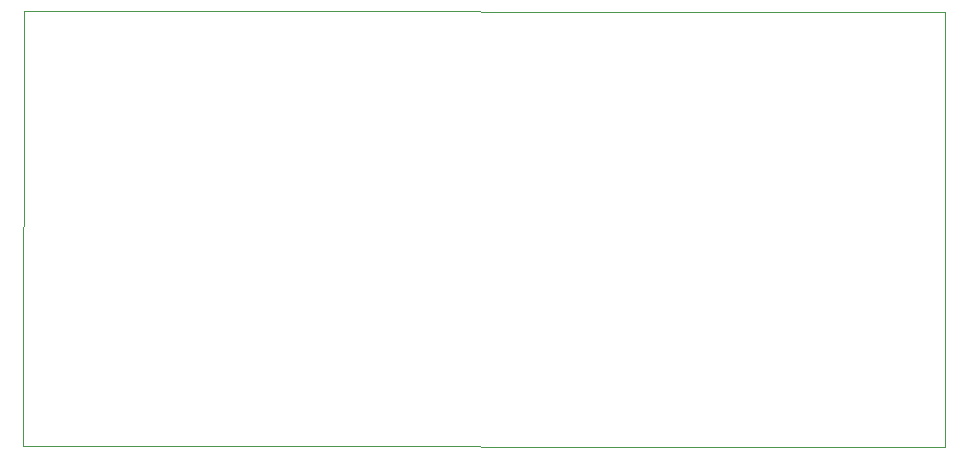
<source format=gbr>
G04 #@! TF.GenerationSoftware,KiCad,Pcbnew,5.1.6+dfsg1-1*
G04 #@! TF.CreationDate,2020-07-23T09:40:13+02:00*
G04 #@! TF.ProjectId,lownoise-pwr,6c6f776e-6f69-4736-952d-7077722e6b69,rev?*
G04 #@! TF.SameCoordinates,Original*
G04 #@! TF.FileFunction,Profile,NP*
%FSLAX46Y46*%
G04 Gerber Fmt 4.6, Leading zero omitted, Abs format (unit mm)*
G04 Created by KiCad (PCBNEW 5.1.6+dfsg1-1) date 2020-07-23 09:40:13*
%MOMM*%
%LPD*%
G01*
G04 APERTURE LIST*
G04 #@! TA.AperFunction,Profile*
%ADD10C,0.050000*%
G04 #@! TD*
G04 APERTURE END LIST*
D10*
X45637200Y-96684000D02*
X45657200Y-59834000D01*
X123647200Y-96723200D02*
X45637200Y-96684000D01*
X123647200Y-59944000D02*
X123647200Y-96723200D01*
X45657200Y-59834000D02*
X123647200Y-59944000D01*
M02*

</source>
